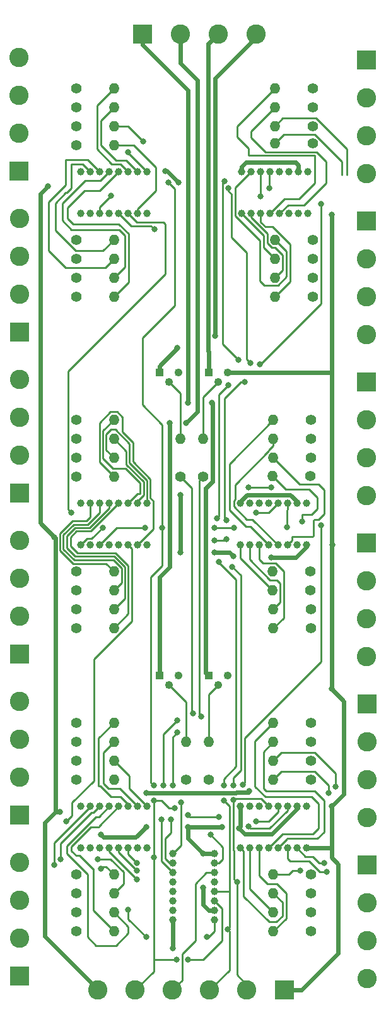
<source format=gbr>
%TF.GenerationSoftware,KiCad,Pcbnew,(6.0.4)*%
%TF.CreationDate,2022-07-27T20:52:42-04:00*%
%TF.ProjectId,pcb,7063622e-6b69-4636-9164-5f7063625858,rev?*%
%TF.SameCoordinates,Original*%
%TF.FileFunction,Copper,L1,Top*%
%TF.FilePolarity,Positive*%
%FSLAX46Y46*%
G04 Gerber Fmt 4.6, Leading zero omitted, Abs format (unit mm)*
G04 Created by KiCad (PCBNEW (6.0.4)) date 2022-07-27 20:52:42*
%MOMM*%
%LPD*%
G01*
G04 APERTURE LIST*
%TA.AperFunction,ComponentPad*%
%ADD10C,1.400000*%
%TD*%
%TA.AperFunction,ComponentPad*%
%ADD11O,1.400000X1.400000*%
%TD*%
%TA.AperFunction,ComponentPad*%
%ADD12C,1.000000*%
%TD*%
%TA.AperFunction,ComponentPad*%
%ADD13R,2.600000X2.600000*%
%TD*%
%TA.AperFunction,ComponentPad*%
%ADD14C,2.600000*%
%TD*%
%TA.AperFunction,ComponentPad*%
%ADD15R,1.080000X1.080000*%
%TD*%
%TA.AperFunction,ComponentPad*%
%ADD16C,1.080000*%
%TD*%
%TA.AperFunction,ViaPad*%
%ADD17C,0.800000*%
%TD*%
%TA.AperFunction,Conductor*%
%ADD18C,0.250000*%
%TD*%
%TA.AperFunction,Conductor*%
%ADD19C,0.600000*%
%TD*%
G04 APERTURE END LIST*
D10*
%TO.P,R39,1*%
%TO.N,Net-(J11-Pad3)*%
X101414600Y-85090000D03*
D11*
%TO.P,R39,2*%
%TO.N,Net-(R39-Pad2)*%
X96334600Y-85090000D03*
%TD*%
D12*
%TO.P,U7,1,QB*%
%TO.N,Net-(R52-Pad2)*%
X91889600Y-137414000D03*
%TO.P,U7,2,QC*%
%TO.N,Net-(R51-Pad2)*%
X93159600Y-137414000D03*
%TO.P,U7,3,QD*%
%TO.N,Net-(R50-Pad2)*%
X94429600Y-137414000D03*
%TO.P,U7,4,QE*%
%TO.N,Net-(R49-Pad2)*%
X95699600Y-137414000D03*
%TO.P,U7,5,QF*%
%TO.N,Net-(R48-Pad2)*%
X96969600Y-137414000D03*
%TO.P,U7,6,QG*%
%TO.N,Net-(R47-Pad2)*%
X98239600Y-137414000D03*
%TO.P,U7,7,QH*%
%TO.N,Net-(R46-Pad2)*%
X99509600Y-137414000D03*
%TO.P,U7,8,GND*%
%TO.N,GND*%
X100779600Y-137414000D03*
%TO.P,U7,9,QH'*%
%TO.N,unconnected-(U7-Pad9)*%
X100779600Y-131826000D03*
%TO.P,U7,10,~{SRCLR}*%
%TO.N,Net-(J2-Pad6)*%
X99509600Y-131826000D03*
%TO.P,U7,11,SRCLK*%
%TO.N,Net-(J2-Pad5)*%
X98239600Y-131826000D03*
%TO.P,U7,12,RCLK*%
%TO.N,Net-(J2-Pad3)*%
X96969600Y-131826000D03*
%TO.P,U7,13,~{OE}*%
%TO.N,Net-(J2-Pad2)*%
X95699600Y-131826000D03*
%TO.P,U7,14,SER*%
%TO.N,Net-(U6-Pad9)*%
X94429600Y-131826000D03*
%TO.P,U7,15,QA*%
%TO.N,Net-(R53-Pad2)*%
X93159600Y-131826000D03*
%TO.P,U7,16,VCC*%
%TO.N,Net-(J2-Pad6)*%
X91889600Y-131826000D03*
%TD*%
D10*
%TO.P,R23,1*%
%TO.N,Net-(J7-Pad3)*%
X69850000Y-58420000D03*
D11*
%TO.P,R23,2*%
%TO.N,Net-(R23-Pad2)*%
X74930000Y-58420000D03*
%TD*%
D12*
%TO.P,U2,1,QB*%
%TO.N,Net-(R12-Pad2)*%
X79375000Y-131826000D03*
%TO.P,U2,2,QC*%
%TO.N,Net-(R11-Pad2)*%
X78105000Y-131826000D03*
%TO.P,U2,3,QD*%
%TO.N,Net-(R10-Pad2)*%
X76835000Y-131826000D03*
%TO.P,U2,4,QE*%
%TO.N,Net-(R9-Pad2)*%
X75565000Y-131826000D03*
%TO.P,U2,5,QF*%
%TO.N,Net-(R8-Pad2)*%
X74295000Y-131826000D03*
%TO.P,U2,6,QG*%
%TO.N,Net-(R7-Pad2)*%
X73025000Y-131826000D03*
%TO.P,U2,7,QH*%
%TO.N,Net-(R6-Pad2)*%
X71755000Y-131826000D03*
%TO.P,U2,8,GND*%
%TO.N,GND*%
X70485000Y-131826000D03*
%TO.P,U2,9,QH'*%
%TO.N,Net-(U2-Pad9)*%
X70485000Y-137414000D03*
%TO.P,U2,10,~{SRCLR}*%
%TO.N,Net-(J2-Pad6)*%
X71755000Y-137414000D03*
%TO.P,U2,11,SRCLK*%
%TO.N,Net-(J2-Pad5)*%
X73025000Y-137414000D03*
%TO.P,U2,12,RCLK*%
%TO.N,Net-(J2-Pad3)*%
X74295000Y-137414000D03*
%TO.P,U2,13,~{OE}*%
%TO.N,Net-(J2-Pad2)*%
X75565000Y-137414000D03*
%TO.P,U2,14,SER*%
%TO.N,Net-(U1-Pad9)*%
X76835000Y-137414000D03*
%TO.P,U2,15,QA*%
%TO.N,Net-(R13-Pad2)*%
X78105000Y-137414000D03*
%TO.P,U2,16,VCC*%
%TO.N,Net-(J2-Pad6)*%
X79375000Y-137414000D03*
%TD*%
D10*
%TO.P,R53,1*%
%TO.N,Net-(J14-Pad1)*%
X101414600Y-140970000D03*
D11*
%TO.P,R53,2*%
%TO.N,Net-(R53-Pad2)*%
X96334600Y-140970000D03*
%TD*%
D13*
%TO.P,J4,1,Pin_1*%
%TO.N,Net-(J4-Pad1)*%
X62230000Y-133045200D03*
D14*
%TO.P,J4,2,Pin_2*%
%TO.N,Net-(J4-Pad2)*%
X62230000Y-127965200D03*
%TO.P,J4,3,Pin_3*%
%TO.N,Net-(J4-Pad3)*%
X62230000Y-122885200D03*
%TO.P,J4,4,Pin_4*%
%TO.N,Net-(J4-Pad4)*%
X62230000Y-117805200D03*
%TD*%
D10*
%TO.P,R14,1*%
%TO.N,Net-(J5-Pad4)*%
X69850000Y-100330000D03*
D11*
%TO.P,R14,2*%
%TO.N,Net-(R14-Pad2)*%
X74930000Y-100330000D03*
%TD*%
D10*
%TO.P,R19,1*%
%TO.N,Net-(J6-Pad3)*%
X69850000Y-82550000D03*
D11*
%TO.P,R19,2*%
%TO.N,Net-(R19-Pad2)*%
X74930000Y-82550000D03*
%TD*%
D10*
%TO.P,R47,1*%
%TO.N,Net-(J13-Pad3)*%
X101414600Y-125730000D03*
D11*
%TO.P,R47,2*%
%TO.N,Net-(R47-Pad2)*%
X96334600Y-125730000D03*
%TD*%
D13*
%TO.P,J7,1,Pin_1*%
%TO.N,Net-(J7-Pad1)*%
X62230000Y-68275200D03*
D14*
%TO.P,J7,2,Pin_2*%
%TO.N,Net-(J7-Pad2)*%
X62230000Y-63195200D03*
%TO.P,J7,3,Pin_3*%
%TO.N,Net-(J7-Pad3)*%
X62230000Y-58115200D03*
%TO.P,J7,4,Pin_4*%
%TO.N,Net-(J7-Pad4)*%
X62230000Y-53035200D03*
%TD*%
D10*
%TO.P,R51,1*%
%TO.N,Net-(J14-Pad3)*%
X101414600Y-146050000D03*
D11*
%TO.P,R51,2*%
%TO.N,Net-(R51-Pad2)*%
X96334600Y-146050000D03*
%TD*%
D10*
%TO.P,R16,1*%
%TO.N,Net-(J5-Pad2)*%
X69850000Y-105410000D03*
D11*
%TO.P,R16,2*%
%TO.N,Net-(R16-Pad2)*%
X74930000Y-105410000D03*
%TD*%
D10*
%TO.P,R25,1*%
%TO.N,Net-(J7-Pad1)*%
X69850000Y-63500000D03*
D11*
%TO.P,R25,2*%
%TO.N,Net-(R25-Pad2)*%
X74930000Y-63500000D03*
%TD*%
D12*
%TO.P,U4,1,QB*%
%TO.N,Net-(R28-Pad2)*%
X79375000Y-46736000D03*
%TO.P,U4,2,QC*%
%TO.N,Net-(R27-Pad2)*%
X78105000Y-46736000D03*
%TO.P,U4,3,QD*%
%TO.N,Net-(R26-Pad2)*%
X76835000Y-46736000D03*
%TO.P,U4,4,QE*%
%TO.N,Net-(R25-Pad2)*%
X75565000Y-46736000D03*
%TO.P,U4,5,QF*%
%TO.N,Net-(R24-Pad2)*%
X74295000Y-46736000D03*
%TO.P,U4,6,QG*%
%TO.N,Net-(R23-Pad2)*%
X73025000Y-46736000D03*
%TO.P,U4,7,QH*%
%TO.N,Net-(R22-Pad2)*%
X71755000Y-46736000D03*
%TO.P,U4,8,GND*%
%TO.N,GND*%
X70485000Y-46736000D03*
%TO.P,U4,9,QH'*%
%TO.N,Net-(U4-Pad9)*%
X70485000Y-52324000D03*
%TO.P,U4,10,~{SRCLR}*%
%TO.N,Net-(J2-Pad6)*%
X71755000Y-52324000D03*
%TO.P,U4,11,SRCLK*%
%TO.N,Net-(J2-Pad5)*%
X73025000Y-52324000D03*
%TO.P,U4,12,RCLK*%
%TO.N,Net-(J2-Pad3)*%
X74295000Y-52324000D03*
%TO.P,U4,13,~{OE}*%
%TO.N,Net-(J2-Pad2)*%
X75565000Y-52324000D03*
%TO.P,U4,14,SER*%
%TO.N,Net-(U3-Pad9)*%
X76835000Y-52324000D03*
%TO.P,U4,15,QA*%
%TO.N,Net-(R29-Pad2)*%
X78105000Y-52324000D03*
%TO.P,U4,16,VCC*%
%TO.N,Net-(J2-Pad6)*%
X79375000Y-52324000D03*
%TD*%
D10*
%TO.P,R21,1*%
%TO.N,Net-(J6-Pad1)*%
X69850000Y-87630000D03*
D11*
%TO.P,R21,2*%
%TO.N,Net-(R21-Pad2)*%
X74930000Y-87630000D03*
%TD*%
D15*
%TO.P,Q1,1*%
%TO.N,Net-(J1-Pad1)*%
X87630000Y-114300000D03*
D16*
%TO.P,Q1,2*%
%TO.N,Net-(Q1-Pad2)*%
X88900000Y-115570000D03*
%TO.P,Q1,3*%
%TO.N,GND*%
X90170000Y-114300000D03*
%TD*%
D10*
%TO.P,R10,1*%
%TO.N,Net-(J4-Pad4)*%
X69850000Y-120650000D03*
D11*
%TO.P,R10,2*%
%TO.N,Net-(R10-Pad2)*%
X74930000Y-120650000D03*
%TD*%
D10*
%TO.P,R29,1*%
%TO.N,Net-(J8-Pad1)*%
X69850000Y-43180000D03*
D11*
%TO.P,R29,2*%
%TO.N,Net-(R29-Pad2)*%
X74930000Y-43180000D03*
%TD*%
D10*
%TO.P,R30,1*%
%TO.N,Net-(J9-Pad4)*%
X101600000Y-42926000D03*
D11*
%TO.P,R30,2*%
%TO.N,Net-(R30-Pad2)*%
X96520000Y-42926000D03*
%TD*%
D10*
%TO.P,R20,1*%
%TO.N,Net-(J6-Pad2)*%
X69850000Y-85090000D03*
D11*
%TO.P,R20,2*%
%TO.N,Net-(R20-Pad2)*%
X74930000Y-85090000D03*
%TD*%
D10*
%TO.P,R50,1*%
%TO.N,Net-(J14-Pad4)*%
X101414600Y-148590000D03*
D11*
%TO.P,R50,2*%
%TO.N,Net-(R50-Pad2)*%
X96334600Y-148590000D03*
%TD*%
D10*
%TO.P,R49,1*%
%TO.N,Net-(J13-Pad1)*%
X101414600Y-120650000D03*
D11*
%TO.P,R49,2*%
%TO.N,Net-(R49-Pad2)*%
X96334600Y-120650000D03*
%TD*%
D10*
%TO.P,R24,1*%
%TO.N,Net-(J7-Pad2)*%
X69850000Y-60960000D03*
D11*
%TO.P,R24,2*%
%TO.N,Net-(R24-Pad2)*%
X74930000Y-60960000D03*
%TD*%
D10*
%TO.P,R28,1*%
%TO.N,Net-(J8-Pad2)*%
X69850000Y-40640000D03*
D11*
%TO.P,R28,2*%
%TO.N,Net-(R28-Pad2)*%
X74930000Y-40640000D03*
%TD*%
D12*
%TO.P,U6,1,QB*%
%TO.N,Net-(R44-Pad2)*%
X91889600Y-96774000D03*
%TO.P,U6,2,QC*%
%TO.N,Net-(R43-Pad2)*%
X93159600Y-96774000D03*
%TO.P,U6,3,QD*%
%TO.N,Net-(R42-Pad2)*%
X94429600Y-96774000D03*
%TO.P,U6,4,QE*%
%TO.N,Net-(R41-Pad2)*%
X95699600Y-96774000D03*
%TO.P,U6,5,QF*%
%TO.N,Net-(R40-Pad2)*%
X96969600Y-96774000D03*
%TO.P,U6,6,QG*%
%TO.N,Net-(R39-Pad2)*%
X98239600Y-96774000D03*
%TO.P,U6,7,QH*%
%TO.N,Net-(R38-Pad2)*%
X99509600Y-96774000D03*
%TO.P,U6,8,GND*%
%TO.N,GND*%
X100779600Y-96774000D03*
%TO.P,U6,9,QH'*%
%TO.N,Net-(U6-Pad9)*%
X100779600Y-91186000D03*
%TO.P,U6,10,~{SRCLR}*%
%TO.N,Net-(J2-Pad6)*%
X99509600Y-91186000D03*
%TO.P,U6,11,SRCLK*%
%TO.N,Net-(J2-Pad5)*%
X98239600Y-91186000D03*
%TO.P,U6,12,RCLK*%
%TO.N,Net-(J2-Pad3)*%
X96969600Y-91186000D03*
%TO.P,U6,13,~{OE}*%
%TO.N,Net-(J2-Pad2)*%
X95699600Y-91186000D03*
%TO.P,U6,14,SER*%
%TO.N,Net-(U5-Pad9)*%
X94429600Y-91186000D03*
%TO.P,U6,15,QA*%
%TO.N,Net-(R45-Pad2)*%
X93159600Y-91186000D03*
%TO.P,U6,16,VCC*%
%TO.N,Net-(J2-Pad6)*%
X91889600Y-91186000D03*
%TD*%
D13*
%TO.P,J9,1,Pin_1*%
%TO.N,Net-(J9-Pad1)*%
X108864000Y-31750000D03*
D14*
%TO.P,J9,2,Pin_2*%
%TO.N,Net-(J9-Pad2)*%
X108864000Y-36830000D03*
%TO.P,J9,3,Pin_3*%
%TO.N,Net-(J9-Pad3)*%
X108864000Y-41910000D03*
%TO.P,J9,4,Pin_4*%
%TO.N,Net-(J9-Pad4)*%
X108864000Y-46990000D03*
%TD*%
D13*
%TO.P,J14,1,Pin_1*%
%TO.N,Net-(J14-Pad1)*%
X108915000Y-139700000D03*
D14*
%TO.P,J14,2,Pin_2*%
%TO.N,Net-(J14-Pad2)*%
X108915000Y-144780000D03*
%TO.P,J14,3,Pin_3*%
%TO.N,Net-(J14-Pad3)*%
X108915000Y-149860000D03*
%TO.P,J14,4,Pin_4*%
%TO.N,Net-(J14-Pad4)*%
X108915000Y-154940000D03*
%TD*%
D13*
%TO.P,J11,1,Pin_1*%
%TO.N,Net-(J11-Pad1)*%
X108864000Y-74930000D03*
D14*
%TO.P,J11,2,Pin_2*%
%TO.N,Net-(J11-Pad2)*%
X108864000Y-80010000D03*
%TO.P,J11,3,Pin_3*%
%TO.N,Net-(J11-Pad3)*%
X108864000Y-85090000D03*
%TO.P,J11,4,Pin_4*%
%TO.N,Net-(J11-Pad4)*%
X108864000Y-90170000D03*
%TD*%
D13*
%TO.P,J1,1,Pin_1*%
%TO.N,Net-(J1-Pad1)*%
X78740000Y-28245000D03*
D14*
%TO.P,J1,2,Pin_2*%
%TO.N,Net-(J1-Pad2)*%
X83820000Y-28245000D03*
%TO.P,J1,3,Pin_3*%
%TO.N,Net-(J1-Pad3)*%
X88900000Y-28245000D03*
%TO.P,J1,4,Pin_4*%
%TO.N,Net-(J1-Pad4)*%
X93980000Y-28245000D03*
%TD*%
D10*
%TO.P,R45,1*%
%TO.N,Net-(J12-Pad1)*%
X101320600Y-100330000D03*
D11*
%TO.P,R45,2*%
%TO.N,Net-(R45-Pad2)*%
X96240600Y-100330000D03*
%TD*%
D13*
%TO.P,J12,1,Pin_1*%
%TO.N,Net-(J12-Pad1)*%
X108864000Y-96520000D03*
D14*
%TO.P,J12,2,Pin_2*%
%TO.N,Net-(J12-Pad2)*%
X108864000Y-101600000D03*
%TO.P,J12,3,Pin_3*%
%TO.N,Net-(J12-Pad3)*%
X108864000Y-106680000D03*
%TO.P,J12,4,Pin_4*%
%TO.N,Net-(J12-Pad4)*%
X108864000Y-111760000D03*
%TD*%
D10*
%TO.P,R31,1*%
%TO.N,Net-(J9-Pad3)*%
X101600000Y-40640000D03*
D11*
%TO.P,R31,2*%
%TO.N,Net-(R31-Pad2)*%
X96520000Y-40640000D03*
%TD*%
D15*
%TO.P,Q2,1*%
%TO.N,Net-(J1-Pad2)*%
X81026000Y-114300000D03*
D16*
%TO.P,Q2,2*%
%TO.N,Net-(Q2-Pad2)*%
X82296000Y-115570000D03*
%TO.P,Q2,3*%
%TO.N,GND*%
X83566000Y-114300000D03*
%TD*%
D10*
%TO.P,R42,1*%
%TO.N,Net-(J12-Pad4)*%
X101414600Y-107950000D03*
D11*
%TO.P,R42,2*%
%TO.N,Net-(R42-Pad2)*%
X96334600Y-107950000D03*
%TD*%
D10*
%TO.P,R26,1*%
%TO.N,Net-(J8-Pad4)*%
X69850000Y-35560000D03*
D11*
%TO.P,R26,2*%
%TO.N,Net-(R26-Pad2)*%
X74930000Y-35560000D03*
%TD*%
D10*
%TO.P,R44,1*%
%TO.N,Net-(J12-Pad2)*%
X101320600Y-102870000D03*
D11*
%TO.P,R44,2*%
%TO.N,Net-(R44-Pad2)*%
X96240600Y-102870000D03*
%TD*%
D13*
%TO.P,J8,1,Pin_1*%
%TO.N,Net-(J8-Pad1)*%
X62179000Y-46685200D03*
D14*
%TO.P,J8,2,Pin_2*%
%TO.N,Net-(J8-Pad2)*%
X62179000Y-41605200D03*
%TO.P,J8,3,Pin_3*%
%TO.N,Net-(J8-Pad3)*%
X62179000Y-36525200D03*
%TO.P,J8,4,Pin_4*%
%TO.N,Net-(J8-Pad4)*%
X62179000Y-31445200D03*
%TD*%
D10*
%TO.P,R4,1*%
%TO.N,Net-(R4-Pad1)*%
X83820000Y-87630000D03*
D11*
%TO.P,R4,2*%
%TO.N,Net-(Q4-Pad2)*%
X83820000Y-82550000D03*
%TD*%
D10*
%TO.P,R35,1*%
%TO.N,Net-(J10-Pad3)*%
X101600000Y-60960000D03*
D11*
%TO.P,R35,2*%
%TO.N,Net-(R35-Pad2)*%
X96520000Y-60960000D03*
%TD*%
D10*
%TO.P,R43,1*%
%TO.N,Net-(J12-Pad3)*%
X101414600Y-105410000D03*
D11*
%TO.P,R43,2*%
%TO.N,Net-(R43-Pad2)*%
X96334600Y-105410000D03*
%TD*%
D10*
%TO.P,R48,1*%
%TO.N,Net-(J13-Pad2)*%
X101414600Y-123190000D03*
D11*
%TO.P,R48,2*%
%TO.N,Net-(R48-Pad2)*%
X96334600Y-123190000D03*
%TD*%
D15*
%TO.P,Q4,1*%
%TO.N,Net-(J1-Pad4)*%
X81026000Y-73660000D03*
D16*
%TO.P,Q4,2*%
%TO.N,Net-(Q4-Pad2)*%
X82296000Y-74930000D03*
%TO.P,Q4,3*%
%TO.N,GND*%
X83566000Y-73660000D03*
%TD*%
D10*
%TO.P,R40,1*%
%TO.N,Net-(J11-Pad2)*%
X101414600Y-82550000D03*
D11*
%TO.P,R40,2*%
%TO.N,Net-(R40-Pad2)*%
X96334600Y-82550000D03*
%TD*%
D10*
%TO.P,R9,1*%
%TO.N,Net-(J3-Pad1)*%
X69850000Y-148590000D03*
D11*
%TO.P,R9,2*%
%TO.N,Net-(R9-Pad2)*%
X74930000Y-148590000D03*
%TD*%
D10*
%TO.P,R34,1*%
%TO.N,Net-(J10-Pad4)*%
X101600000Y-63500000D03*
D11*
%TO.P,R34,2*%
%TO.N,Net-(R34-Pad2)*%
X96520000Y-63500000D03*
%TD*%
D13*
%TO.P,J13,1,Pin_1*%
%TO.N,Net-(J13-Pad1)*%
X108915000Y-118110000D03*
D14*
%TO.P,J13,2,Pin_2*%
%TO.N,Net-(J13-Pad2)*%
X108915000Y-123190000D03*
%TO.P,J13,3,Pin_3*%
%TO.N,Net-(J13-Pad3)*%
X108915000Y-128270000D03*
%TO.P,J13,4,Pin_4*%
%TO.N,Net-(J13-Pad4)*%
X108915000Y-133350000D03*
%TD*%
D10*
%TO.P,R3,1*%
%TO.N,Net-(R3-Pad1)*%
X86868000Y-87630000D03*
D11*
%TO.P,R3,2*%
%TO.N,Net-(Q3-Pad2)*%
X86868000Y-82550000D03*
%TD*%
D10*
%TO.P,R7,1*%
%TO.N,Net-(J3-Pad3)*%
X69850000Y-143510000D03*
D11*
%TO.P,R7,2*%
%TO.N,Net-(R7-Pad2)*%
X74930000Y-143510000D03*
%TD*%
D10*
%TO.P,R12,1*%
%TO.N,Net-(J4-Pad2)*%
X69850000Y-125730000D03*
D11*
%TO.P,R12,2*%
%TO.N,Net-(R12-Pad2)*%
X74930000Y-125730000D03*
%TD*%
D10*
%TO.P,R2,1*%
%TO.N,Net-(R2-Pad1)*%
X84582000Y-128270000D03*
D11*
%TO.P,R2,2*%
%TO.N,Net-(Q2-Pad2)*%
X84582000Y-123190000D03*
%TD*%
D12*
%TO.P,U1,1,QB*%
%TO.N,Net-(R2-Pad1)*%
X82804000Y-138209000D03*
%TO.P,U1,2,QC*%
%TO.N,Net-(R3-Pad1)*%
X82804000Y-139479000D03*
%TO.P,U1,3,QD*%
%TO.N,Net-(R4-Pad1)*%
X82804000Y-140749000D03*
%TO.P,U1,4,QE*%
%TO.N,unconnected-(U1-Pad4)*%
X82804000Y-142019000D03*
%TO.P,U1,5,QF*%
%TO.N,unconnected-(U1-Pad5)*%
X82804000Y-143289000D03*
%TO.P,U1,6,QG*%
%TO.N,unconnected-(U1-Pad6)*%
X82804000Y-144559000D03*
%TO.P,U1,7,QH*%
%TO.N,unconnected-(U1-Pad7)*%
X82804000Y-145829000D03*
%TO.P,U1,8,GND*%
%TO.N,GND*%
X82804000Y-147099000D03*
%TO.P,U1,9,QH'*%
%TO.N,Net-(U1-Pad9)*%
X88392000Y-147099000D03*
%TO.P,U1,10,~{SRCLR}*%
%TO.N,Net-(J2-Pad6)*%
X88392000Y-145829000D03*
%TO.P,U1,11,SRCLK*%
%TO.N,Net-(J2-Pad5)*%
X88392000Y-144559000D03*
%TO.P,U1,12,RCLK*%
%TO.N,Net-(J2-Pad3)*%
X88392000Y-143289000D03*
%TO.P,U1,13,~{OE}*%
%TO.N,Net-(J2-Pad2)*%
X88392000Y-142019000D03*
%TO.P,U1,14,SER*%
%TO.N,Net-(J2-Pad4)*%
X88392000Y-140749000D03*
%TO.P,U1,15,QA*%
%TO.N,Net-(R1-Pad1)*%
X88392000Y-139479000D03*
%TO.P,U1,16,VCC*%
%TO.N,Net-(J2-Pad6)*%
X88392000Y-138209000D03*
%TD*%
D10*
%TO.P,R36,1*%
%TO.N,Net-(J10-Pad2)*%
X101600000Y-58420000D03*
D11*
%TO.P,R36,2*%
%TO.N,Net-(R36-Pad2)*%
X96520000Y-58420000D03*
%TD*%
D10*
%TO.P,R11,1*%
%TO.N,Net-(J4-Pad3)*%
X69850000Y-123190000D03*
D11*
%TO.P,R11,2*%
%TO.N,Net-(R11-Pad2)*%
X74930000Y-123190000D03*
%TD*%
D10*
%TO.P,R38,1*%
%TO.N,Net-(J11-Pad4)*%
X101320600Y-87558000D03*
D11*
%TO.P,R38,2*%
%TO.N,Net-(R38-Pad2)*%
X96240600Y-87558000D03*
%TD*%
D10*
%TO.P,R32,1*%
%TO.N,Net-(J9-Pad2)*%
X101600000Y-38100000D03*
D11*
%TO.P,R32,2*%
%TO.N,Net-(R32-Pad2)*%
X96520000Y-38100000D03*
%TD*%
D12*
%TO.P,U5,1,QB*%
%TO.N,Net-(R36-Pad2)*%
X92075000Y-52324000D03*
%TO.P,U5,2,QC*%
%TO.N,Net-(R35-Pad2)*%
X93345000Y-52324000D03*
%TO.P,U5,3,QD*%
%TO.N,Net-(R34-Pad2)*%
X94615000Y-52324000D03*
%TO.P,U5,4,QE*%
%TO.N,Net-(R33-Pad2)*%
X95885000Y-52324000D03*
%TO.P,U5,5,QF*%
%TO.N,Net-(R32-Pad2)*%
X97155000Y-52324000D03*
%TO.P,U5,6,QG*%
%TO.N,Net-(R31-Pad2)*%
X98425000Y-52324000D03*
%TO.P,U5,7,QH*%
%TO.N,Net-(R30-Pad2)*%
X99695000Y-52324000D03*
%TO.P,U5,8,GND*%
%TO.N,GND*%
X100965000Y-52324000D03*
%TO.P,U5,9,QH'*%
%TO.N,Net-(U5-Pad9)*%
X100965000Y-46736000D03*
%TO.P,U5,10,~{SRCLR}*%
%TO.N,Net-(J2-Pad6)*%
X99695000Y-46736000D03*
%TO.P,U5,11,SRCLK*%
%TO.N,Net-(J2-Pad5)*%
X98425000Y-46736000D03*
%TO.P,U5,12,RCLK*%
%TO.N,Net-(J2-Pad3)*%
X97155000Y-46736000D03*
%TO.P,U5,13,~{OE}*%
%TO.N,Net-(J2-Pad2)*%
X95885000Y-46736000D03*
%TO.P,U5,14,SER*%
%TO.N,Net-(U4-Pad9)*%
X94615000Y-46736000D03*
%TO.P,U5,15,QA*%
%TO.N,Net-(R37-Pad2)*%
X93345000Y-46736000D03*
%TO.P,U5,16,VCC*%
%TO.N,Net-(J2-Pad6)*%
X92075000Y-46736000D03*
%TD*%
D10*
%TO.P,R8,1*%
%TO.N,Net-(J3-Pad2)*%
X69850000Y-146050000D03*
D11*
%TO.P,R8,2*%
%TO.N,Net-(R8-Pad2)*%
X74930000Y-146050000D03*
%TD*%
D10*
%TO.P,R17,1*%
%TO.N,Net-(J5-Pad1)*%
X69850000Y-107950000D03*
D11*
%TO.P,R17,2*%
%TO.N,Net-(R17-Pad2)*%
X74930000Y-107950000D03*
%TD*%
D10*
%TO.P,R1,1*%
%TO.N,Net-(R1-Pad1)*%
X87630000Y-128270000D03*
D11*
%TO.P,R1,2*%
%TO.N,Net-(Q1-Pad2)*%
X87630000Y-123190000D03*
%TD*%
D15*
%TO.P,Q3,1*%
%TO.N,Net-(J1-Pad3)*%
X87630000Y-73660000D03*
D16*
%TO.P,Q3,2*%
%TO.N,Net-(Q3-Pad2)*%
X88900000Y-74930000D03*
%TO.P,Q3,3*%
%TO.N,GND*%
X90170000Y-73660000D03*
%TD*%
D10*
%TO.P,R37,1*%
%TO.N,Net-(J10-Pad1)*%
X101627400Y-55880000D03*
D11*
%TO.P,R37,2*%
%TO.N,Net-(R37-Pad2)*%
X96547400Y-55880000D03*
%TD*%
D10*
%TO.P,R6,1*%
%TO.N,Net-(J3-Pad4)*%
X69850000Y-140970000D03*
D11*
%TO.P,R6,2*%
%TO.N,Net-(R6-Pad2)*%
X74930000Y-140970000D03*
%TD*%
D10*
%TO.P,R46,1*%
%TO.N,Net-(J13-Pad4)*%
X101414600Y-128270000D03*
D11*
%TO.P,R46,2*%
%TO.N,Net-(R46-Pad2)*%
X96334600Y-128270000D03*
%TD*%
D13*
%TO.P,J2,1,Pin_1*%
%TO.N,GND*%
X97790000Y-156464000D03*
D14*
%TO.P,J2,2,Pin_2*%
%TO.N,Net-(J2-Pad2)*%
X92790000Y-156464000D03*
%TO.P,J2,3,Pin_3*%
%TO.N,Net-(J2-Pad3)*%
X87790000Y-156464000D03*
%TO.P,J2,4,Pin_4*%
%TO.N,Net-(J2-Pad4)*%
X82790000Y-156464000D03*
%TO.P,J2,5,Pin_5*%
%TO.N,Net-(J2-Pad5)*%
X77790000Y-156464000D03*
%TO.P,J2,6,Pin_6*%
%TO.N,Net-(J2-Pad6)*%
X72790000Y-156464000D03*
%TD*%
D10*
%TO.P,R52,1*%
%TO.N,Net-(J14-Pad2)*%
X101414600Y-143510000D03*
D11*
%TO.P,R52,2*%
%TO.N,Net-(R52-Pad2)*%
X96334600Y-143510000D03*
%TD*%
D10*
%TO.P,R13,1*%
%TO.N,Net-(J4-Pad1)*%
X69850000Y-128270000D03*
D11*
%TO.P,R13,2*%
%TO.N,Net-(R13-Pad2)*%
X74930000Y-128270000D03*
%TD*%
D10*
%TO.P,R15,1*%
%TO.N,Net-(J5-Pad3)*%
X69850000Y-102870000D03*
D11*
%TO.P,R15,2*%
%TO.N,Net-(R15-Pad2)*%
X74930000Y-102870000D03*
%TD*%
D10*
%TO.P,R27,1*%
%TO.N,Net-(J8-Pad3)*%
X69850000Y-38100000D03*
D11*
%TO.P,R27,2*%
%TO.N,Net-(R27-Pad2)*%
X74930000Y-38100000D03*
%TD*%
D13*
%TO.P,J10,1,Pin_1*%
%TO.N,Net-(J10-Pad1)*%
X108864000Y-53340000D03*
D14*
%TO.P,J10,2,Pin_2*%
%TO.N,Net-(J10-Pad2)*%
X108864000Y-58420000D03*
%TO.P,J10,3,Pin_3*%
%TO.N,Net-(J10-Pad3)*%
X108864000Y-63500000D03*
%TO.P,J10,4,Pin_4*%
%TO.N,Net-(J10-Pad4)*%
X108864000Y-68580000D03*
%TD*%
D10*
%TO.P,R41,1*%
%TO.N,Net-(J11-Pad1)*%
X101414600Y-80010000D03*
D11*
%TO.P,R41,2*%
%TO.N,Net-(R41-Pad2)*%
X96334600Y-80010000D03*
%TD*%
D10*
%TO.P,R18,1*%
%TO.N,Net-(J6-Pad4)*%
X69850000Y-80010000D03*
D11*
%TO.P,R18,2*%
%TO.N,Net-(R18-Pad2)*%
X74930000Y-80010000D03*
%TD*%
D12*
%TO.P,U3,1,QB*%
%TO.N,Net-(R20-Pad2)*%
X79375000Y-91186000D03*
%TO.P,U3,2,QC*%
%TO.N,Net-(R19-Pad2)*%
X78105000Y-91186000D03*
%TO.P,U3,3,QD*%
%TO.N,Net-(R18-Pad2)*%
X76835000Y-91186000D03*
%TO.P,U3,4,QE*%
%TO.N,Net-(R17-Pad2)*%
X75565000Y-91186000D03*
%TO.P,U3,5,QF*%
%TO.N,Net-(R16-Pad2)*%
X74295000Y-91186000D03*
%TO.P,U3,6,QG*%
%TO.N,Net-(R15-Pad2)*%
X73025000Y-91186000D03*
%TO.P,U3,7,QH*%
%TO.N,Net-(R14-Pad2)*%
X71755000Y-91186000D03*
%TO.P,U3,8,GND*%
%TO.N,GND*%
X70485000Y-91186000D03*
%TO.P,U3,9,QH'*%
%TO.N,Net-(U3-Pad9)*%
X70485000Y-96774000D03*
%TO.P,U3,10,~{SRCLR}*%
%TO.N,Net-(J2-Pad6)*%
X71755000Y-96774000D03*
%TO.P,U3,11,SRCLK*%
%TO.N,Net-(J2-Pad5)*%
X73025000Y-96774000D03*
%TO.P,U3,12,RCLK*%
%TO.N,Net-(J2-Pad3)*%
X74295000Y-96774000D03*
%TO.P,U3,13,~{OE}*%
%TO.N,Net-(J2-Pad2)*%
X75565000Y-96774000D03*
%TO.P,U3,14,SER*%
%TO.N,Net-(U2-Pad9)*%
X76835000Y-96774000D03*
%TO.P,U3,15,QA*%
%TO.N,Net-(R21-Pad2)*%
X78105000Y-96774000D03*
%TO.P,U3,16,VCC*%
%TO.N,Net-(J2-Pad6)*%
X79375000Y-96774000D03*
%TD*%
D10*
%TO.P,R33,1*%
%TO.N,Net-(J9-Pad1)*%
X101600000Y-35560000D03*
D11*
%TO.P,R33,2*%
%TO.N,Net-(R33-Pad2)*%
X96520000Y-35560000D03*
%TD*%
D13*
%TO.P,J6,1,Pin_1*%
%TO.N,Net-(J6-Pad1)*%
X62230000Y-89865200D03*
D14*
%TO.P,J6,2,Pin_2*%
%TO.N,Net-(J6-Pad2)*%
X62230000Y-84785200D03*
%TO.P,J6,3,Pin_3*%
%TO.N,Net-(J6-Pad3)*%
X62230000Y-79705200D03*
%TO.P,J6,4,Pin_4*%
%TO.N,Net-(J6-Pad4)*%
X62230000Y-74625200D03*
%TD*%
D13*
%TO.P,J5,1,Pin_1*%
%TO.N,Net-(J5-Pad1)*%
X62230000Y-111455200D03*
D14*
%TO.P,J5,2,Pin_2*%
%TO.N,Net-(J5-Pad2)*%
X62230000Y-106375200D03*
%TO.P,J5,3,Pin_3*%
%TO.N,Net-(J5-Pad3)*%
X62230000Y-101295200D03*
%TO.P,J5,4,Pin_4*%
%TO.N,Net-(J5-Pad4)*%
X62230000Y-96215200D03*
%TD*%
D10*
%TO.P,R22,1*%
%TO.N,Net-(J7-Pad4)*%
X69850000Y-55880000D03*
D11*
%TO.P,R22,2*%
%TO.N,Net-(R22-Pad2)*%
X74930000Y-55880000D03*
%TD*%
D13*
%TO.P,J3,1,Pin_1*%
%TO.N,Net-(J3-Pad1)*%
X62230000Y-154635200D03*
D14*
%TO.P,J3,2,Pin_2*%
%TO.N,Net-(J3-Pad2)*%
X62230000Y-149555200D03*
%TO.P,J3,3,Pin_3*%
%TO.N,Net-(J3-Pad3)*%
X62230000Y-144475200D03*
%TO.P,J3,4,Pin_4*%
%TO.N,Net-(J3-Pad4)*%
X62230000Y-139395200D03*
%TD*%
D17*
%TO.N,Net-(R45-Pad2)*%
X92964000Y-89027000D03*
X96012000Y-89027000D03*
%TO.N,Net-(J2-Pad2)*%
X93218000Y-72390000D03*
%TO.N,Net-(R38-Pad2)*%
X100203000Y-93599000D03*
%TO.N,Net-(U6-Pad9)*%
X102743000Y-94107000D03*
%TO.N,Net-(J1-Pad1)*%
X88092989Y-77724000D03*
X84836000Y-77724000D03*
%TO.N,Net-(J1-Pad2)*%
X84582000Y-80391000D03*
X82423000Y-80391000D03*
%TO.N,Net-(J1-Pad4)*%
X83439000Y-70358000D03*
X88519000Y-68707000D03*
%TO.N,GND*%
X104140000Y-131826000D03*
X82804000Y-150876000D03*
X83820000Y-90043000D03*
X79279020Y-130014707D03*
X104140000Y-116078000D03*
X104267000Y-96774000D03*
X90932000Y-98298000D03*
X83820000Y-97790000D03*
X93091000Y-129794000D03*
X88392000Y-97790000D03*
X104140000Y-52451000D03*
X96012000Y-98480989D03*
%TO.N,Net-(J2-Pad2)*%
X90297000Y-48895000D03*
X90805000Y-99695000D03*
X88392000Y-96139000D03*
X90932000Y-131018196D03*
X78005447Y-140462000D03*
X92456000Y-74930000D03*
X80391000Y-54470500D03*
X90043000Y-93472000D03*
X90043000Y-96012000D03*
X95758000Y-48895000D03*
X90932000Y-129032000D03*
X91440000Y-141986000D03*
%TO.N,Net-(J2-Pad3)*%
X89662000Y-131064000D03*
X93980000Y-133858000D03*
X91667330Y-72005942D03*
X89662000Y-129032000D03*
X90207500Y-148336000D03*
X89043497Y-99060000D03*
X93980000Y-92456000D03*
X90297000Y-75311000D03*
X77978000Y-141605000D03*
X89789000Y-48006000D03*
X88773000Y-93218000D03*
%TO.N,Net-(J2-Pad5)*%
X89027000Y-133223000D03*
X80264000Y-131064000D03*
X92964000Y-134493000D03*
X84836000Y-152400000D03*
X81407000Y-94488000D03*
X80264000Y-129032000D03*
X98171000Y-94361000D03*
X79121000Y-94488000D03*
X91059000Y-94488000D03*
X80264000Y-138684000D03*
X74549000Y-49911000D03*
X83312000Y-152400000D03*
X82231457Y-48195457D03*
X83058000Y-132080000D03*
X88392000Y-94488000D03*
X84836000Y-132969000D03*
%TO.N,Net-(J2-Pad6)*%
X91706500Y-134747000D03*
X67691000Y-132588000D03*
X66966500Y-95758000D03*
X81788000Y-46609000D03*
X83566000Y-48133000D03*
X84836000Y-134620000D03*
X79248000Y-134620000D03*
X89408000Y-134620000D03*
X73152000Y-135636000D03*
X66040000Y-48641000D03*
X86868000Y-138176000D03*
X86868000Y-142748000D03*
%TO.N,Net-(R1-Pad1)*%
X87884000Y-135636000D03*
%TO.N,Net-(R2-Pad1)*%
X83947000Y-131318000D03*
%TO.N,Net-(R3-Pad1)*%
X82550000Y-133604000D03*
X86614000Y-119761000D03*
X83439000Y-121920000D03*
X82804000Y-129032000D03*
%TO.N,Net-(R4-Pad1)*%
X81280000Y-133604000D03*
X83439000Y-120269000D03*
X81534000Y-129032000D03*
X85585500Y-119379673D03*
%TO.N,Net-(R6-Pad2)*%
X73152000Y-140208000D03*
X66929000Y-139700000D03*
%TO.N,Net-(R7-Pad2)*%
X72771092Y-138937481D03*
X67806572Y-138925500D03*
%TO.N,Net-(R28-Pad2)*%
X76835000Y-44069000D03*
X78867000Y-42672000D03*
%TO.N,Net-(R46-Pad2)*%
X103124000Y-139446000D03*
X103759000Y-130048000D03*
%TO.N,Net-(R47-Pad2)*%
X103505000Y-140589000D03*
X104648000Y-129159000D03*
%TO.N,Net-(R53-Pad2)*%
X99949000Y-140462000D03*
%TO.N,Net-(U1-Pad9)*%
X87376000Y-149352000D03*
X77978000Y-139408500D03*
X76835000Y-145669000D03*
X79248000Y-149352000D03*
%TO.N,Net-(U2-Pad9)*%
X68561773Y-133841859D03*
%TO.N,Net-(U3-Pad9)*%
X73406000Y-94488000D03*
X69215000Y-92456000D03*
%TO.N,Net-(U4-Pad9)*%
X94615000Y-50038000D03*
%TO.N,Net-(U5-Pad9)*%
X94488000Y-72517000D03*
X102743000Y-51054000D03*
%TO.N,Net-(U6-Pad9)*%
X92202000Y-128905000D03*
%TD*%
D18*
%TO.N,Net-(R33-Pad2)*%
X97858520Y-50350480D02*
X95885000Y-52324000D01*
X99761366Y-50350480D02*
X97858520Y-50350480D01*
X101854000Y-48257846D02*
X99761366Y-50350480D01*
X93028100Y-43625100D02*
X93028100Y-44568520D01*
X101854000Y-44568520D02*
X101854000Y-48257846D01*
X91440000Y-40640000D02*
X91440000Y-42037000D01*
X93028100Y-44568520D02*
X101854000Y-44568520D01*
X96520000Y-35560000D02*
X91440000Y-40640000D01*
X91440000Y-42037000D02*
X93028100Y-43625100D01*
%TO.N,Net-(R32-Pad2)*%
X100457000Y-51181000D02*
X98298000Y-51181000D01*
X103378000Y-48260000D02*
X100457000Y-51181000D01*
X95250000Y-44069000D02*
X102108000Y-44069000D01*
X93345000Y-42164000D02*
X95250000Y-44069000D01*
X93345000Y-41275000D02*
X93345000Y-42164000D01*
X98298000Y-51181000D02*
X97155000Y-52324000D01*
X103378000Y-45339000D02*
X103378000Y-48260000D01*
X96520000Y-38100000D02*
X93345000Y-41275000D01*
X102108000Y-44069000D02*
X103378000Y-45339000D01*
%TO.N,Net-(R30-Pad2)*%
X105537000Y-45339000D02*
X105537000Y-47117000D01*
X101912511Y-41714511D02*
X105537000Y-45339000D01*
X97731489Y-41714511D02*
X101912511Y-41714511D01*
X96520000Y-42926000D02*
X97731489Y-41714511D01*
%TO.N,Net-(R31-Pad2)*%
X106172000Y-43688000D02*
X106172000Y-47117000D01*
X102049489Y-39565489D02*
X106172000Y-43688000D01*
X97594511Y-39565489D02*
X102049489Y-39565489D01*
X96520000Y-40640000D02*
X97594511Y-39565489D01*
D19*
%TO.N,Net-(J1-Pad3)*%
X87569489Y-29575511D02*
X88900000Y-28245000D01*
X87569489Y-70805489D02*
X87569489Y-29575511D01*
X87630000Y-70866000D02*
X87569489Y-70805489D01*
X87630000Y-73660000D02*
X87630000Y-70866000D01*
%TO.N,Net-(J2-Pad6)*%
X99509600Y-90971766D02*
X99509600Y-91186000D01*
X98580834Y-90043000D02*
X99509600Y-90971766D01*
X92818366Y-90043000D02*
X98580834Y-90043000D01*
X91889600Y-90971766D02*
X92818366Y-90043000D01*
X91889600Y-91186000D02*
X91889600Y-90971766D01*
D18*
%TO.N,Net-(R45-Pad2)*%
X96012000Y-89027000D02*
X92964000Y-89027000D01*
D19*
%TO.N,GND*%
X104140000Y-96647000D02*
X104140000Y-52451000D01*
X104140000Y-96901000D02*
X104267000Y-96774000D01*
X104140000Y-116078000D02*
X104140000Y-96901000D01*
X104267000Y-96774000D02*
X104140000Y-96647000D01*
D18*
%TO.N,Net-(R40-Pad2)*%
X93540600Y-93345000D02*
X96969600Y-96774000D01*
X92710000Y-93345000D02*
X93540600Y-93345000D01*
X91015089Y-90823765D02*
X91015089Y-91650089D01*
X91186000Y-88719011D02*
X91186000Y-90652854D01*
X95749520Y-84155491D02*
X91186000Y-88719011D01*
X95749520Y-84049413D02*
X95749520Y-84155491D01*
X91186000Y-90652854D02*
X91015089Y-90823765D01*
X91015089Y-91650089D02*
X92710000Y-93345000D01*
X96334600Y-83464333D02*
X95749520Y-84049413D01*
X96334600Y-82550000D02*
X96334600Y-83464333D01*
%TO.N,Net-(J2-Pad2)*%
X89789000Y-93218000D02*
X90043000Y-93472000D01*
X89789000Y-77168325D02*
X89789000Y-93218000D01*
X92027325Y-74930000D02*
X89789000Y-77168325D01*
X92456000Y-74930000D02*
X92027325Y-74930000D01*
%TO.N,Net-(R41-Pad2)*%
X90424000Y-85920600D02*
X96334600Y-80010000D01*
X90424000Y-92083480D02*
X90424000Y-85920600D01*
X93278120Y-94352520D02*
X92693040Y-94352520D01*
X92693040Y-94352520D02*
X90424000Y-92083480D01*
X95699600Y-96774000D02*
X93278120Y-94352520D01*
%TO.N,Net-(J2-Pad2)*%
X90297000Y-49331573D02*
X90297000Y-48895000D01*
X92710000Y-57531000D02*
X90678000Y-55499000D01*
X92710000Y-71882000D02*
X92710000Y-57531000D01*
X90678000Y-55499000D02*
X90678000Y-49712573D01*
X93218000Y-72390000D02*
X92710000Y-71882000D01*
X90678000Y-49712573D02*
X90297000Y-49331573D01*
%TO.N,Net-(J2-Pad3)*%
X89522489Y-48272511D02*
X89789000Y-48006000D01*
X91667330Y-72005942D02*
X89522489Y-69861101D01*
X89522489Y-69861101D02*
X89522489Y-48272511D01*
X89027000Y-92964000D02*
X88773000Y-93218000D01*
X89027000Y-76581000D02*
X89027000Y-92964000D01*
X90297000Y-75311000D02*
X89027000Y-76581000D01*
%TO.N,Net-(R38-Pad2)*%
X100203000Y-92710000D02*
X100203000Y-93599000D01*
%TO.N,Net-(J2-Pad5)*%
X98239600Y-92043364D02*
X98239600Y-91186000D01*
X98171000Y-92111964D02*
X98239600Y-92043364D01*
X98171000Y-94361000D02*
X98171000Y-92111964D01*
%TO.N,Net-(R38-Pad2)*%
X101473000Y-92710000D02*
X100203000Y-92710000D01*
X102235000Y-91948000D02*
X101473000Y-92710000D01*
X102235000Y-90424000D02*
X102235000Y-91948000D01*
X101092000Y-89281000D02*
X102235000Y-90424000D01*
X97963600Y-89281000D02*
X101092000Y-89281000D01*
X96240600Y-87558000D02*
X97963600Y-89281000D01*
%TO.N,Net-(R39-Pad2)*%
X98806000Y-96207600D02*
X98239600Y-96774000D01*
X98806000Y-95631000D02*
X98806000Y-96207600D01*
X101600000Y-95631000D02*
X98806000Y-95631000D01*
X101727000Y-95504000D02*
X101600000Y-95631000D01*
X102362000Y-93345000D02*
X101854000Y-93345000D01*
X103124000Y-92583000D02*
X102362000Y-93345000D01*
X101854000Y-93345000D02*
X101727000Y-93472000D01*
X103124000Y-89408000D02*
X103124000Y-92583000D01*
X99890600Y-88646000D02*
X102362000Y-88646000D01*
X102362000Y-88646000D02*
X103124000Y-89408000D01*
X96334600Y-85090000D02*
X99890600Y-88646000D01*
X101727000Y-93472000D02*
X101727000Y-95504000D01*
%TO.N,Net-(J2-Pad5)*%
X88392000Y-94488000D02*
X91059000Y-94488000D01*
%TO.N,Net-(J2-Pad2)*%
X88392000Y-96139000D02*
X89916000Y-96139000D01*
X89916000Y-96139000D02*
X90043000Y-96012000D01*
D19*
%TO.N,GND*%
X90424000Y-97790000D02*
X90932000Y-98298000D01*
X88392000Y-97790000D02*
X90424000Y-97790000D01*
%TO.N,Net-(J1-Pad1)*%
X87249000Y-89154000D02*
X87249000Y-113919000D01*
X87249000Y-113919000D02*
X87630000Y-114300000D01*
X88138000Y-88265000D02*
X87249000Y-89154000D01*
X88138000Y-77769011D02*
X88138000Y-88265000D01*
X88092989Y-77724000D02*
X88138000Y-77769011D01*
D18*
%TO.N,Net-(J2-Pad2)*%
X90932000Y-128016000D02*
X90932000Y-129032000D01*
X91948000Y-100838000D02*
X91948000Y-127000000D01*
X90805000Y-99695000D02*
X91948000Y-100838000D01*
X91948000Y-127000000D02*
X90932000Y-128016000D01*
D19*
%TO.N,GND*%
X99342834Y-98425000D02*
X100779600Y-96988234D01*
X96067989Y-98425000D02*
X99342834Y-98425000D01*
X96012000Y-98480989D02*
X96067989Y-98425000D01*
X100779600Y-96988234D02*
X100779600Y-96774000D01*
D18*
%TO.N,Net-(R42-Pad2)*%
X94937489Y-99255489D02*
X94429600Y-98747600D01*
X97764631Y-100334442D02*
X96685678Y-99255489D01*
X97764631Y-104686396D02*
X97764631Y-100334442D01*
X97714631Y-104736397D02*
X97764631Y-104686396D01*
X96685678Y-99255489D02*
X94937489Y-99255489D01*
X94429600Y-98747600D02*
X94429600Y-96774000D01*
X97714631Y-106569969D02*
X97714631Y-104736397D01*
X96334600Y-107950000D02*
X97714631Y-106569969D01*
D19*
%TO.N,Net-(J1-Pad1)*%
X84836000Y-77724000D02*
X84836000Y-35814000D01*
X84836000Y-35814000D02*
X78740000Y-29718000D01*
X78740000Y-29718000D02*
X78740000Y-28245000D01*
%TO.N,Net-(J1-Pad2)*%
X81026000Y-101092000D02*
X82423000Y-99695000D01*
X81026000Y-114300000D02*
X81026000Y-101092000D01*
X86106000Y-78867000D02*
X86106000Y-34480308D01*
X82423000Y-99695000D02*
X82423000Y-80391000D01*
X84582000Y-80391000D02*
X86106000Y-78867000D01*
X83820000Y-32194308D02*
X83820000Y-28245000D01*
X86106000Y-34480308D02*
X83820000Y-32194308D01*
%TO.N,Net-(J1-Pad4)*%
X88519000Y-68707000D02*
X88519000Y-34188500D01*
X93980000Y-28727500D02*
X93980000Y-28245000D01*
X88519000Y-34188500D02*
X93980000Y-28727500D01*
X83439000Y-70358000D02*
X81026000Y-72771000D01*
X81026000Y-72771000D02*
X81026000Y-73660000D01*
%TO.N,GND*%
X83820000Y-97790000D02*
X83820000Y-90043000D01*
X91385812Y-129921000D02*
X91292105Y-130014707D01*
X105029000Y-139573000D02*
X104140000Y-138684000D01*
X103759000Y-73660000D02*
X90170000Y-73660000D01*
X104140000Y-131826000D02*
X104140000Y-137414000D01*
X105029000Y-151511000D02*
X105029000Y-139573000D01*
X104140000Y-131826000D02*
X105791000Y-130175000D01*
X104140000Y-138684000D02*
X104140000Y-137414000D01*
X82804000Y-150876000D02*
X82804000Y-147099000D01*
X100779600Y-137414000D02*
X104140000Y-137414000D01*
X93091000Y-129794000D02*
X92964000Y-129921000D01*
X105791000Y-130175000D02*
X105791000Y-117729000D01*
X100076000Y-156464000D02*
X105029000Y-151511000D01*
X92964000Y-129921000D02*
X91385812Y-129921000D01*
X91292105Y-130014707D02*
X79279020Y-130014707D01*
X105791000Y-117729000D02*
X104140000Y-116078000D01*
X97790000Y-156464000D02*
X100076000Y-156464000D01*
D18*
%TO.N,Net-(J2-Pad2)*%
X91059000Y-141605000D02*
X91440000Y-141986000D01*
X90932000Y-137693146D02*
X91059000Y-137820146D01*
X75565000Y-138021553D02*
X75565000Y-137414000D01*
X80391000Y-54470500D02*
X79895500Y-53975000D01*
X79895500Y-53975000D02*
X77216000Y-53975000D01*
X92790000Y-155782000D02*
X92790000Y-156464000D01*
X91440000Y-154432000D02*
X92790000Y-155782000D01*
X78005447Y-140462000D02*
X75565000Y-138021553D01*
X77216000Y-53975000D02*
X75565000Y-52324000D01*
X95758000Y-48895000D02*
X95758000Y-46863000D01*
X90932000Y-131018196D02*
X91123027Y-130827169D01*
X91059000Y-137820146D02*
X91059000Y-141605000D01*
X95758000Y-46863000D02*
X95885000Y-46736000D01*
X91123027Y-130827169D02*
X94700769Y-130827169D01*
X94700769Y-130827169D02*
X95699600Y-131826000D01*
X90932000Y-131018196D02*
X90932000Y-137693146D01*
X91440000Y-141986000D02*
X91440000Y-154432000D01*
%TO.N,Net-(J2-Pad3)*%
X90207500Y-148336000D02*
X90424000Y-148552500D01*
X93980000Y-92456000D02*
X95699600Y-92456000D01*
X90391000Y-143289000D02*
X88392000Y-143289000D01*
X90424000Y-143256000D02*
X90391000Y-143289000D01*
X90424000Y-148119500D02*
X90424000Y-143256000D01*
X74295000Y-137922000D02*
X74295000Y-137414000D01*
X89662000Y-129032000D02*
X89662000Y-128143000D01*
X95724614Y-133858000D02*
X96969600Y-132613014D01*
X77978000Y-141605000D02*
X74295000Y-137922000D01*
X95699600Y-92456000D02*
X96969600Y-91186000D01*
X91313000Y-126492000D02*
X91313000Y-101425325D01*
X90424000Y-131826000D02*
X90424000Y-143256000D01*
X91313000Y-101425325D02*
X89043497Y-99155822D01*
X90424000Y-148552500D02*
X90424000Y-153830000D01*
X90207500Y-148336000D02*
X90424000Y-148119500D01*
X90424000Y-153830000D02*
X87790000Y-156464000D01*
X96969600Y-132613014D02*
X96969600Y-131826000D01*
X93980000Y-133858000D02*
X95724614Y-133858000D01*
X89043497Y-99155822D02*
X89043497Y-99060000D01*
X89662000Y-128143000D02*
X91313000Y-126492000D01*
X89662000Y-131064000D02*
X90424000Y-131826000D01*
%TO.N,Net-(J2-Pad4)*%
X87343000Y-140749000D02*
X88392000Y-140749000D01*
X84090000Y-155164000D02*
X84090000Y-151622000D01*
X85852000Y-149860000D02*
X85852000Y-142240000D01*
X82790000Y-156464000D02*
X84090000Y-155164000D01*
X84090000Y-151622000D02*
X85852000Y-149860000D01*
X85852000Y-142240000D02*
X87343000Y-140749000D01*
%TO.N,Net-(J2-Pad5)*%
X81407000Y-80645000D02*
X78740000Y-77978000D01*
X77790000Y-156464000D02*
X80264000Y-153990000D01*
X83058000Y-64643000D02*
X83058000Y-49022000D01*
X89408000Y-145575000D02*
X88392000Y-144559000D01*
X81407000Y-94488000D02*
X81407000Y-80645000D01*
X75311000Y-94488000D02*
X73025000Y-96774000D01*
X81407000Y-94488000D02*
X81407000Y-99568000D01*
X95834989Y-134797011D02*
X98239600Y-132392400D01*
X79121000Y-94488000D02*
X75311000Y-94488000D01*
X85090000Y-133223000D02*
X84836000Y-132969000D01*
X80264000Y-152400000D02*
X80264000Y-138684000D01*
X81407000Y-99568000D02*
X79883000Y-101092000D01*
X78740000Y-68961000D02*
X83058000Y-64643000D01*
X73025000Y-51435000D02*
X73025000Y-52324000D01*
X74549000Y-49911000D02*
X73025000Y-51435000D01*
X89027000Y-133223000D02*
X85090000Y-133223000D01*
X80264000Y-138684000D02*
X80264000Y-131064000D01*
X86868000Y-152400000D02*
X89408000Y-149860000D01*
X80264000Y-153990000D02*
X80264000Y-152400000D01*
X92964000Y-134493000D02*
X93268011Y-134797011D01*
X81280000Y-131064000D02*
X80264000Y-131064000D01*
X89408000Y-149860000D02*
X89408000Y-145575000D01*
X82296000Y-132080000D02*
X81280000Y-131064000D01*
X83058000Y-132080000D02*
X82296000Y-132080000D01*
X93268011Y-134797011D02*
X95834989Y-134797011D01*
X80264000Y-152400000D02*
X83312000Y-152400000D01*
X78740000Y-77978000D02*
X78740000Y-68961000D01*
X79883000Y-101092000D02*
X79883000Y-128651000D01*
X84836000Y-152400000D02*
X86868000Y-152400000D01*
X98239600Y-132392400D02*
X98239600Y-131826000D01*
X83058000Y-49022000D02*
X82231457Y-48195457D01*
X79883000Y-128651000D02*
X80264000Y-129032000D01*
D19*
%TO.N,Net-(J2-Pad6)*%
X92075000Y-46028894D02*
X92629824Y-45474070D01*
X73152000Y-135636000D02*
X73525781Y-136009781D01*
X67056000Y-132588000D02*
X67691000Y-132588000D01*
X92075000Y-46736000D02*
X92075000Y-46028894D01*
X96139000Y-135509000D02*
X99568000Y-132080000D01*
X82042000Y-46609000D02*
X83566000Y-48133000D01*
X99695000Y-45855071D02*
X99695000Y-46736000D01*
X92629824Y-45474070D02*
X99314000Y-45474071D01*
X86901000Y-138209000D02*
X88392000Y-138209000D01*
X84836000Y-136144000D02*
X84836000Y-134620000D01*
X73525781Y-136009781D02*
X77858219Y-136009781D01*
X87684894Y-145829000D02*
X88392000Y-145829000D01*
X81788000Y-46609000D02*
X82042000Y-46609000D01*
X65024000Y-49657000D02*
X65024000Y-93815500D01*
X66966500Y-95758000D02*
X67056000Y-95847500D01*
X92468500Y-135509000D02*
X96139000Y-135509000D01*
X67056000Y-95847500D02*
X67056000Y-132588000D01*
X86868000Y-138176000D02*
X84836000Y-136144000D01*
X91889600Y-134563900D02*
X91889600Y-131826000D01*
X86868000Y-145012106D02*
X87684894Y-145829000D01*
X99314000Y-45474071D02*
X99695000Y-45855071D01*
X72790000Y-156464000D02*
X72790000Y-156356000D01*
X84836000Y-134620000D02*
X89408000Y-134620000D01*
X86868000Y-142748000D02*
X86868000Y-145012106D01*
X65659000Y-133985000D02*
X67056000Y-132588000D01*
X86868000Y-138176000D02*
X86901000Y-138209000D01*
X72790000Y-156356000D02*
X65659000Y-149225000D01*
X65659000Y-149225000D02*
X65659000Y-133985000D01*
X91706500Y-134747000D02*
X92468500Y-135509000D01*
X77858219Y-136009781D02*
X79248000Y-134620000D01*
X66040000Y-48641000D02*
X65024000Y-49657000D01*
X91706500Y-134747000D02*
X91889600Y-134563900D01*
X65024000Y-93815500D02*
X66966500Y-95758000D01*
D18*
%TO.N,Net-(Q1-Pad2)*%
X87630000Y-116840000D02*
X88900000Y-115570000D01*
X87630000Y-123190000D02*
X87630000Y-116840000D01*
%TO.N,Net-(Q2-Pad2)*%
X82296000Y-115570000D02*
X84582000Y-117856000D01*
X84582000Y-117856000D02*
X84582000Y-123190000D01*
%TO.N,Net-(Q3-Pad2)*%
X86868000Y-76962000D02*
X88900000Y-74930000D01*
X86868000Y-82550000D02*
X86868000Y-76962000D01*
%TO.N,Net-(R1-Pad1)*%
X89535000Y-138938000D02*
X88994000Y-139479000D01*
X89535000Y-137287000D02*
X89535000Y-138938000D01*
X88994000Y-139479000D02*
X88392000Y-139479000D01*
X87884000Y-135636000D02*
X89535000Y-137287000D01*
%TO.N,Net-(R2-Pad1)*%
X83947000Y-137066000D02*
X82804000Y-138209000D01*
X83947000Y-131318000D02*
X83947000Y-137066000D01*
%TO.N,Net-(R3-Pad1)*%
X82804000Y-122555000D02*
X82804000Y-129032000D01*
X83439000Y-121920000D02*
X82804000Y-122555000D01*
X86360000Y-119507000D02*
X86360000Y-88138000D01*
X82804000Y-139479000D02*
X82456000Y-139479000D01*
X81788000Y-136144000D02*
X82550000Y-135382000D01*
X81788000Y-138811000D02*
X81788000Y-136144000D01*
X82550000Y-135382000D02*
X82550000Y-133604000D01*
X82456000Y-139479000D02*
X81788000Y-138811000D01*
X86360000Y-88138000D02*
X86868000Y-87630000D01*
X86614000Y-119761000D02*
X86360000Y-119507000D01*
%TO.N,Net-(R4-Pad1)*%
X85344000Y-119138173D02*
X85344000Y-89154000D01*
X85344000Y-89154000D02*
X83820000Y-87630000D01*
X81280000Y-139225000D02*
X82804000Y-140749000D01*
X81534000Y-122174000D02*
X81534000Y-129032000D01*
X85585500Y-119379673D02*
X85344000Y-119138173D01*
X83439000Y-120269000D02*
X81534000Y-122174000D01*
X81280000Y-133604000D02*
X81280000Y-139225000D01*
%TO.N,Net-(R6-Pad2)*%
X73876511Y-139916511D02*
X74930000Y-140970000D01*
X73152000Y-140208000D02*
X73443489Y-139916511D01*
X66929000Y-136715500D02*
X71755000Y-131889500D01*
X73443489Y-139916511D02*
X73876511Y-139916511D01*
X71755000Y-131889500D02*
X71755000Y-131826000D01*
X66929000Y-139700000D02*
X66929000Y-136715500D01*
%TO.N,Net-(R7-Pad2)*%
X76200000Y-142240000D02*
X74930000Y-143510000D01*
X76200000Y-140651922D02*
X76200000Y-142240000D01*
X74485559Y-138937481D02*
X76200000Y-140651922D01*
X67806572Y-138925500D02*
X67806572Y-136790428D01*
X72150489Y-132700511D02*
X73025000Y-131826000D01*
X67806572Y-136790428D02*
X71896489Y-132700511D01*
X72771092Y-138937481D02*
X74485559Y-138937481D01*
X71896489Y-132700511D02*
X72150489Y-132700511D01*
%TO.N,Net-(R8-Pad2)*%
X68580000Y-137160000D02*
X72517000Y-133223000D01*
X75184000Y-150495000D02*
X72517000Y-150495000D01*
X71374000Y-149352000D02*
X71374000Y-140970000D01*
X68580000Y-138176000D02*
X68580000Y-137160000D01*
X74271246Y-131826000D02*
X74295000Y-131826000D01*
X72517000Y-133223000D02*
X72898000Y-133223000D01*
X71374000Y-140970000D02*
X68580000Y-138176000D01*
X76835000Y-147955000D02*
X76835000Y-148844000D01*
X74930000Y-146050000D02*
X76835000Y-147955000D01*
X76835000Y-148844000D02*
X75184000Y-150495000D01*
X72517000Y-150495000D02*
X71374000Y-149352000D01*
X72898000Y-133223000D02*
X74295000Y-131826000D01*
%TO.N,Net-(R9-Pad2)*%
X70334964Y-138430000D02*
X69850000Y-138430000D01*
X71826428Y-134620000D02*
X72898000Y-134620000D01*
X69215000Y-137795000D02*
X69215000Y-137231428D01*
X69850000Y-138430000D02*
X69215000Y-137795000D01*
X72136000Y-140208000D02*
X72112964Y-140208000D01*
X72112964Y-140208000D02*
X70334964Y-138430000D01*
X69215000Y-137231428D02*
X71826428Y-134620000D01*
X72898000Y-134493000D02*
X75565000Y-131826000D01*
X72898000Y-134620000D02*
X72898000Y-134493000D01*
X74930000Y-148590000D02*
X72136000Y-145796000D01*
X72136000Y-145796000D02*
X72136000Y-140207282D01*
%TO.N,Net-(R10-Pad2)*%
X72887960Y-122692040D02*
X72887960Y-129150396D01*
X74549000Y-130556000D02*
X75819000Y-130556000D01*
X75819000Y-130556000D02*
X76835000Y-131572000D01*
X72887960Y-129150396D02*
X73143396Y-129150396D01*
X73143396Y-129150396D02*
X74549000Y-130556000D01*
X76835000Y-131572000D02*
X76835000Y-131826000D01*
X74930000Y-120650000D02*
X72887960Y-122692040D01*
%TO.N,Net-(R11-Pad2)*%
X73533000Y-124587000D02*
X73533000Y-128778000D01*
X74168000Y-129413000D02*
X75692000Y-129413000D01*
X74930000Y-123190000D02*
X73533000Y-124587000D01*
X75692000Y-129413000D02*
X78105000Y-131826000D01*
X73533000Y-128778000D02*
X74168000Y-129413000D01*
%TO.N,Net-(R12-Pad2)*%
X79375000Y-131826000D02*
X76962000Y-129413000D01*
X76962000Y-127762000D02*
X76962000Y-129413000D01*
X74930000Y-125730000D02*
X76962000Y-127762000D01*
%TO.N,Net-(R14-Pad2)*%
X71755000Y-93088846D02*
X71755000Y-91186000D01*
X69349888Y-93588960D02*
X71254886Y-93588960D01*
X67954323Y-94984525D02*
X69349888Y-93588960D01*
X71254886Y-93588960D02*
X71755000Y-93088846D01*
X74930000Y-100330000D02*
X73905489Y-99305489D01*
X67691000Y-95247847D02*
X67954323Y-94984525D01*
X69460489Y-99305489D02*
X67691000Y-97535998D01*
X73905489Y-99305489D02*
X69460489Y-99305489D01*
X67691000Y-97535998D02*
X67691000Y-95247847D01*
%TO.N,Net-(R15-Pad2)*%
X68140520Y-97349801D02*
X68140520Y-95434045D01*
X68140520Y-95434045D02*
X69536085Y-94038480D01*
X73025000Y-92454564D02*
X73025000Y-91186000D01*
X69596359Y-98805641D02*
X68140520Y-97349801D01*
X75954511Y-99905633D02*
X74854519Y-98805641D01*
X74854519Y-98805641D02*
X69596359Y-98805641D01*
X69536085Y-94038480D02*
X71441084Y-94038480D01*
X71441084Y-94038480D02*
X73025000Y-92454564D01*
X75954511Y-101845489D02*
X75954511Y-99905633D01*
X74930000Y-102870000D02*
X75954511Y-101845489D01*
%TO.N,Net-(R16-Pad2)*%
X74982596Y-98298000D02*
X69724436Y-98298000D01*
X74295000Y-91820282D02*
X74295000Y-91186000D01*
X69722283Y-94488000D02*
X71627282Y-94488000D01*
X74930000Y-105410000D02*
X76404031Y-103935969D01*
X68590040Y-95620243D02*
X69722283Y-94488000D01*
X69724436Y-98298000D02*
X68590040Y-97163604D01*
X76404031Y-103935969D02*
X76404031Y-99719436D01*
X71627282Y-94488000D02*
X74295000Y-91820282D01*
X76404031Y-99719436D02*
X74982596Y-98298000D01*
X68590040Y-97163604D02*
X68590040Y-95620243D01*
%TO.N,Net-(R17-Pad2)*%
X71813480Y-94937520D02*
X75565000Y-91186000D01*
X76853551Y-106026449D02*
X76853551Y-99533239D01*
X70035480Y-97848480D02*
X69088000Y-96901000D01*
X74930000Y-107950000D02*
X76853551Y-106026449D01*
X75168794Y-97848480D02*
X70035480Y-97848480D01*
X76853551Y-99533239D02*
X75168794Y-97848480D01*
X69088000Y-96901000D02*
X69088000Y-95758000D01*
X69908480Y-94937520D02*
X71813480Y-94937520D01*
X69088000Y-95758000D02*
X69908480Y-94937520D01*
%TO.N,Net-(R18-Pad2)*%
X74930000Y-80010000D02*
X73455969Y-81484031D01*
X73455969Y-85139969D02*
X74803000Y-86487000D01*
X76454000Y-86487000D02*
X78475960Y-88508960D01*
X78095678Y-89925322D02*
X76835000Y-91186000D01*
X78475960Y-89925322D02*
X78095678Y-89925322D01*
X78475960Y-88508960D02*
X78475960Y-89925322D01*
X74803000Y-86487000D02*
X76454000Y-86487000D01*
X73455969Y-81484031D02*
X73455969Y-85139969D01*
%TO.N,Net-(R19-Pad2)*%
X78105000Y-90932000D02*
X78105000Y-91186000D01*
X74930000Y-82550000D02*
X76581000Y-84201000D01*
X78925480Y-88322763D02*
X78925480Y-90111520D01*
X78925480Y-90111520D02*
X78105000Y-90932000D01*
X76581000Y-85978283D02*
X78925480Y-88322763D01*
X76581000Y-84201000D02*
X76581000Y-85978283D01*
%TO.N,Net-(R20-Pad2)*%
X73905489Y-81923511D02*
X74549000Y-81280000D01*
X73905489Y-84065489D02*
X73905489Y-81923511D01*
X74930000Y-85090000D02*
X73905489Y-84065489D01*
X79375000Y-88136566D02*
X79375000Y-91186000D01*
X75108878Y-81280000D02*
X77030520Y-83201642D01*
X74549000Y-81280000D02*
X75108878Y-81280000D01*
X77030520Y-83201642D02*
X77030520Y-85792085D01*
X77030520Y-85792085D02*
X79375000Y-88136566D01*
%TO.N,Net-(R21-Pad2)*%
X73006449Y-85706449D02*
X73006449Y-80409551D01*
X80199511Y-94679489D02*
X78105000Y-96774000D01*
X79824520Y-87950369D02*
X79824520Y-90469484D01*
X77480040Y-85605887D02*
X79824520Y-87950369D01*
X74930000Y-87630000D02*
X73006449Y-85706449D01*
X80199511Y-90844475D02*
X80199511Y-94679489D01*
X74485859Y-78930141D02*
X75374141Y-78930141D01*
X79824520Y-90469484D02*
X80199511Y-90844475D01*
X76073000Y-81608405D02*
X77480040Y-83015445D01*
X77480040Y-83015445D02*
X77480040Y-85605887D01*
X75374141Y-78930141D02*
X76073000Y-79629000D01*
X76073000Y-79629000D02*
X76073000Y-81608405D01*
X73006449Y-80409551D02*
X74485859Y-78930141D01*
%TO.N,Net-(R22-Pad2)*%
X67056000Y-54605589D02*
X67056000Y-50927000D01*
X69215000Y-48895000D02*
X69215000Y-45720000D01*
X74930000Y-55880000D02*
X73464511Y-57345489D01*
X68453000Y-49530000D02*
X68580000Y-49530000D01*
X70739000Y-45720000D02*
X71755000Y-46736000D01*
X69795900Y-57345489D02*
X67056000Y-54605589D01*
X73464511Y-57345489D02*
X69795900Y-57345489D01*
X67056000Y-50927000D02*
X68453000Y-49530000D01*
X68580000Y-49530000D02*
X69215000Y-48895000D01*
X69215000Y-45720000D02*
X70739000Y-45720000D01*
%TO.N,Net-(R23-Pad2)*%
X71374000Y-45085000D02*
X73025000Y-46736000D01*
X66167000Y-50800000D02*
X68453000Y-48514000D01*
X68453000Y-48514000D02*
X68453000Y-45085000D01*
X68453000Y-45085000D02*
X71374000Y-45085000D01*
X73787000Y-59563000D02*
X68453000Y-59563000D01*
X74930000Y-58420000D02*
X73787000Y-59563000D01*
X68453000Y-59563000D02*
X66167000Y-57277000D01*
X66167000Y-57277000D02*
X66167000Y-50800000D01*
%TO.N,Net-(R24-Pad2)*%
X75622008Y-54483000D02*
X69215000Y-54483000D01*
X68021561Y-50977439D02*
X71038969Y-47960031D01*
X68021561Y-53289561D02*
X68021561Y-50977439D01*
X71038969Y-47960031D02*
X73070969Y-47960031D01*
X69215000Y-54483000D02*
X68021561Y-53289561D01*
X74930000Y-60960000D02*
X76404000Y-59486000D01*
X76404000Y-55264992D02*
X75622008Y-54483000D01*
X76404000Y-59486000D02*
X76404000Y-55264992D01*
X73070969Y-47960031D02*
X74295000Y-46736000D01*
%TO.N,Net-(R25-Pad2)*%
X76903520Y-55058084D02*
X75566436Y-53721000D01*
X74930000Y-63500000D02*
X76903520Y-61526480D01*
X69469000Y-53721000D02*
X68707000Y-52959000D01*
X70993000Y-49276000D02*
X73025000Y-49276000D01*
X68707000Y-52959000D02*
X68707000Y-51562000D01*
X75566436Y-53721000D02*
X69469000Y-53721000D01*
X73025000Y-49276000D02*
X75565000Y-46736000D01*
X76903520Y-61526480D02*
X76903520Y-55058084D01*
X68707000Y-51562000D02*
X70993000Y-49276000D01*
%TO.N,Net-(R26-Pad2)*%
X74667520Y-45711520D02*
X75810520Y-45711520D01*
X72644000Y-37846000D02*
X72644000Y-43688000D01*
X75810520Y-45711520D02*
X76835000Y-46736000D01*
X72644000Y-43688000D02*
X74667520Y-45711520D01*
X74930000Y-35560000D02*
X72644000Y-37846000D01*
%TO.N,Net-(R27-Pad2)*%
X73152000Y-39878000D02*
X74930000Y-38100000D01*
X78105000Y-46736000D02*
X76581000Y-45212000D01*
X76581000Y-45212000D02*
X75184000Y-45212000D01*
X73152000Y-43180000D02*
X73152000Y-39878000D01*
X75184000Y-45212000D02*
X73152000Y-43180000D01*
%TO.N,Net-(R28-Pad2)*%
X74930000Y-40640000D02*
X76835000Y-40640000D01*
X76835000Y-40640000D02*
X78867000Y-42672000D01*
X76835000Y-44196000D02*
X79375000Y-46736000D01*
X76835000Y-44069000D02*
X76835000Y-44196000D01*
%TO.N,Net-(R29-Pad2)*%
X80518000Y-46128460D02*
X80518000Y-49276000D01*
X78105000Y-51689000D02*
X78105000Y-52324000D01*
X77569540Y-43180000D02*
X80518000Y-46128460D01*
X74930000Y-43180000D02*
X77569540Y-43180000D01*
X80518000Y-49276000D02*
X78105000Y-51689000D01*
%TO.N,Net-(R34-Pad2)*%
X98552000Y-56435722D02*
X96218278Y-54102000D01*
X94615000Y-53467000D02*
X94615000Y-52324000D01*
X96218278Y-54102000D02*
X95250000Y-54102000D01*
X95250000Y-54102000D02*
X94615000Y-53467000D01*
X96520000Y-63500000D02*
X98552000Y-61468000D01*
X98552000Y-61468000D02*
X98552000Y-56435722D01*
%TO.N,Net-(R35-Pad2)*%
X96528511Y-56904511D02*
X96123033Y-56904511D01*
X97544511Y-59935489D02*
X97544511Y-57920511D01*
X95522889Y-56304367D02*
X95522889Y-55010607D01*
X96123033Y-56904511D02*
X95522889Y-56304367D01*
X95522889Y-55010607D02*
X93345000Y-52832718D01*
X97544511Y-57920511D02*
X96528511Y-56904511D01*
X93345000Y-52832718D02*
X93345000Y-52324000D01*
X96520000Y-60960000D02*
X97544511Y-59935489D01*
%TO.N,Net-(R36-Pad2)*%
X94996000Y-56896000D02*
X94996000Y-55245000D01*
X94996000Y-55245000D02*
X92075000Y-52324000D01*
X96520000Y-58420000D02*
X94996000Y-56896000D01*
%TO.N,Net-(R37-Pad2)*%
X96944367Y-61984511D02*
X95131511Y-61984511D01*
X91250489Y-52665525D02*
X91250489Y-48830511D01*
X95131511Y-61984511D02*
X94546480Y-61399480D01*
X94546480Y-61399480D02*
X94546480Y-55961516D01*
X94546480Y-55961516D02*
X91250489Y-52665525D01*
X98102480Y-57435080D02*
X98102480Y-60826398D01*
X96547400Y-55880000D02*
X98102480Y-57435080D01*
X98102480Y-60826398D02*
X96944367Y-61984511D01*
X91250489Y-48830511D02*
X93345000Y-46736000D01*
%TO.N,Net-(R39-Pad2)*%
X98172436Y-96774000D02*
X98239600Y-96774000D01*
%TO.N,Net-(R43-Pad2)*%
X96334600Y-105410000D02*
X97265111Y-104479489D01*
X95885000Y-101473000D02*
X93159600Y-98747600D01*
X96774000Y-101473000D02*
X95885000Y-101473000D01*
X97265111Y-101964111D02*
X96774000Y-101473000D01*
X97265111Y-104479489D02*
X97265111Y-101964111D01*
X93159600Y-98747600D02*
X93159600Y-96774000D01*
%TO.N,Net-(R44-Pad2)*%
X91889600Y-98519000D02*
X91889600Y-96774000D01*
X96240600Y-102870000D02*
X91889600Y-98519000D01*
%TO.N,Net-(R46-Pad2)*%
X103759000Y-129032000D02*
X103759000Y-130048000D01*
X102489000Y-139446000D02*
X101600000Y-138557000D01*
X97409111Y-127195489D02*
X101922489Y-127195489D01*
X101600000Y-138557000D02*
X100652600Y-138557000D01*
X103124000Y-139446000D02*
X102489000Y-139446000D01*
X101922489Y-127195489D02*
X103759000Y-129032000D01*
X100652600Y-138557000D02*
X99509600Y-137414000D01*
X96334600Y-128270000D02*
X97409111Y-127195489D01*
%TO.N,Net-(R47-Pad2)*%
X98239600Y-138879600D02*
X98239600Y-137414000D01*
X97409111Y-124655489D02*
X101859678Y-124655489D01*
X103505000Y-140589000D02*
X102553189Y-140589000D01*
X96334600Y-125730000D02*
X97409111Y-124655489D01*
X104648000Y-127443811D02*
X104648000Y-129159000D01*
X101156189Y-139192000D02*
X98552000Y-139192000D01*
X98552000Y-139192000D02*
X98239600Y-138879600D01*
X102553189Y-140589000D02*
X101156189Y-139192000D01*
X101859678Y-124655489D02*
X104648000Y-127443811D01*
%TO.N,Net-(R48-Pad2)*%
X94996000Y-129413000D02*
X95377000Y-129794000D01*
X97073564Y-137414000D02*
X96969600Y-137414000D01*
X102235000Y-136144000D02*
X98171000Y-136144000D01*
X98171000Y-136144000D02*
X98171000Y-136212600D01*
X95377000Y-129794000D02*
X101854000Y-129794000D01*
X103124000Y-131064000D02*
X103124000Y-135255000D01*
X98171000Y-136212600D02*
X96969600Y-137414000D01*
X94996000Y-124528600D02*
X94996000Y-129413000D01*
X96334600Y-123190000D02*
X94996000Y-124528600D01*
X101854000Y-129794000D02*
X103124000Y-131064000D01*
X103124000Y-135255000D02*
X102235000Y-136144000D01*
%TO.N,Net-(R49-Pad2)*%
X102362000Y-131445000D02*
X102362000Y-134747000D01*
X97536000Y-135509000D02*
X97536000Y-135577600D01*
X93853000Y-129159000D02*
X95250000Y-130556000D01*
X95250000Y-130556000D02*
X101473000Y-130556000D01*
X97536000Y-135577600D02*
X95699600Y-137414000D01*
X101473000Y-130556000D02*
X102362000Y-131445000D01*
X101600000Y-135509000D02*
X97536000Y-135509000D01*
X102362000Y-134747000D02*
X101600000Y-135509000D01*
X96334600Y-120650000D02*
X93853000Y-123131600D01*
X93853000Y-123131600D02*
X93853000Y-129159000D01*
%TO.N,Net-(R50-Pad2)*%
X96774000Y-142240000D02*
X95504000Y-142240000D01*
X98044000Y-146880600D02*
X98044000Y-143510000D01*
X96334600Y-148590000D02*
X98044000Y-146880600D01*
X94429600Y-141165600D02*
X94429600Y-137414000D01*
X95504000Y-142240000D02*
X94429600Y-141165600D01*
X98044000Y-143510000D02*
X96774000Y-142240000D01*
%TO.N,Net-(R51-Pad2)*%
X96334600Y-146050000D02*
X93159600Y-142875000D01*
X93159600Y-142875000D02*
X93159600Y-137414000D01*
%TO.N,Net-(R52-Pad2)*%
X97544480Y-146546259D02*
X96770739Y-147320000D01*
X97544480Y-144719880D02*
X97544480Y-146546259D01*
X92329000Y-137853400D02*
X91889600Y-137414000D01*
X92329000Y-143891000D02*
X92329000Y-137853400D01*
X96334600Y-143510000D02*
X97544480Y-144719880D01*
X96770739Y-147320000D02*
X95758000Y-147320000D01*
X95758000Y-147320000D02*
X92329000Y-143891000D01*
%TO.N,Net-(R53-Pad2)*%
X98389636Y-140970000D02*
X96334600Y-140970000D01*
X99949000Y-140462000D02*
X98897636Y-140462000D01*
X98897636Y-140462000D02*
X98389636Y-140970000D01*
%TO.N,Net-(U1-Pad9)*%
X87630000Y-149352000D02*
X87376000Y-149352000D01*
X88392000Y-147099000D02*
X88392000Y-148590000D01*
X77978000Y-139408500D02*
X76835000Y-138265500D01*
X76835000Y-146939000D02*
X76835000Y-145669000D01*
X76835000Y-138265500D02*
X76835000Y-137414000D01*
X79248000Y-149352000D02*
X76835000Y-146939000D01*
X88392000Y-148590000D02*
X87630000Y-149352000D01*
%TO.N,Net-(U2-Pad9)*%
X77353071Y-107046518D02*
X77353071Y-97292071D01*
X68561773Y-133841859D02*
X69304511Y-133099121D01*
X69304511Y-131355489D02*
X72263000Y-128397000D01*
X69304511Y-133099121D02*
X69304511Y-131355489D01*
X72263000Y-112136589D02*
X77353071Y-107046518D01*
X77353071Y-97292071D02*
X76835000Y-96774000D01*
X72263000Y-128397000D02*
X72263000Y-112136589D01*
%TO.N,Net-(U3-Pad9)*%
X71944511Y-95949489D02*
X73406000Y-94488000D01*
X81798480Y-53733458D02*
X81532022Y-53467000D01*
X68775489Y-88075078D02*
X68775489Y-73464511D01*
X68825489Y-88125078D02*
X68775489Y-88075078D01*
X68825489Y-92066489D02*
X68825489Y-88125078D01*
X71309511Y-95949489D02*
X71944511Y-95949489D01*
X77978000Y-53467000D02*
X76835000Y-52324000D01*
X70485000Y-96774000D02*
X71309511Y-95949489D01*
X68775489Y-73464511D02*
X81798480Y-60441520D01*
X81532022Y-53467000D02*
X77978000Y-53467000D01*
X81798480Y-60441520D02*
X81798480Y-53733458D01*
X69215000Y-92456000D02*
X68825489Y-92066489D01*
%TO.N,Net-(U4-Pad9)*%
X94615000Y-50038000D02*
X94615000Y-46736000D01*
%TO.N,Net-(U5-Pad9)*%
X102743000Y-64389000D02*
X102743000Y-51054000D01*
X94615000Y-72517000D02*
X102743000Y-64389000D01*
X94488000Y-72517000D02*
X94615000Y-72517000D01*
%TO.N,Net-(U6-Pad9)*%
X102743000Y-112395000D02*
X102743000Y-94107000D01*
X92202000Y-128905000D02*
X92456000Y-128651000D01*
X92456000Y-128651000D02*
X92456000Y-122682000D01*
X92456000Y-122682000D02*
X102743000Y-112395000D01*
%TO.N,Net-(Q4-Pad2)*%
X83820000Y-76454000D02*
X82296000Y-74930000D01*
X83820000Y-82550000D02*
X83820000Y-76454000D01*
%TD*%
M02*

</source>
